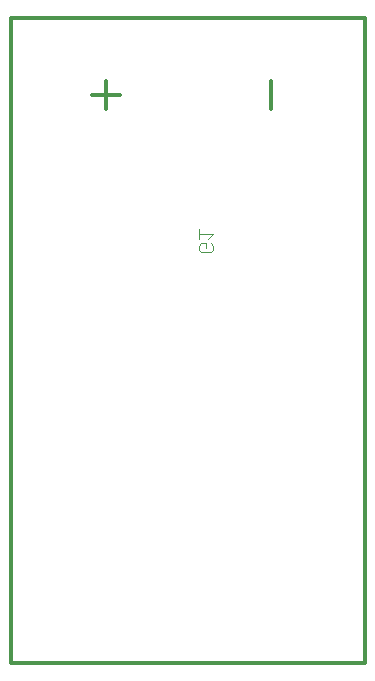
<source format=gbo>
G75*
G70*
%OFA0B0*%
%FSLAX24Y24*%
%IPPOS*%
%LPD*%
%AMOC8*
5,1,8,0,0,1.08239X$1,22.5*
%
%ADD10C,0.0120*%
%ADD11C,0.0040*%
D10*
X014381Y008121D02*
X014381Y029621D01*
X026180Y029621D01*
X026180Y008121D01*
X014381Y008121D01*
X017557Y026602D02*
X017557Y027523D01*
X018017Y027063D02*
X017096Y027063D01*
X023068Y026602D02*
X023068Y027523D01*
D11*
X021117Y022420D02*
X020657Y022420D01*
X020657Y022267D02*
X020657Y022574D01*
X020964Y022267D02*
X021117Y022420D01*
X021040Y022113D02*
X021117Y022036D01*
X021117Y021883D01*
X021040Y021806D01*
X020733Y021806D01*
X020657Y021883D01*
X020657Y022036D01*
X020733Y022113D01*
X020887Y022113D01*
X020887Y021960D01*
M02*

</source>
